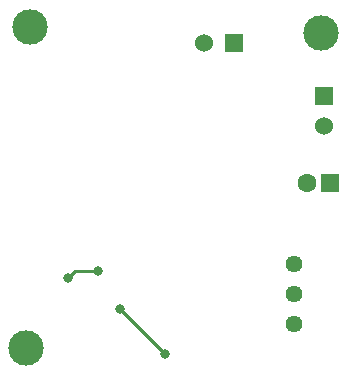
<source format=gbr>
%TF.GenerationSoftware,KiCad,Pcbnew,8.0.0*%
%TF.CreationDate,2024-04-17T17:54:24+02:00*%
%TF.ProjectId,SCS LEDs,53435320-4c45-4447-932e-6b696361645f,rev?*%
%TF.SameCoordinates,Original*%
%TF.FileFunction,Copper,L2,Bot*%
%TF.FilePolarity,Positive*%
%FSLAX46Y46*%
G04 Gerber Fmt 4.6, Leading zero omitted, Abs format (unit mm)*
G04 Created by KiCad (PCBNEW 8.0.0) date 2024-04-17 17:54:24*
%MOMM*%
%LPD*%
G01*
G04 APERTURE LIST*
%TA.AperFunction,ComponentPad*%
%ADD10C,3.000000*%
%TD*%
%TA.AperFunction,ComponentPad*%
%ADD11R,1.600000X1.600000*%
%TD*%
%TA.AperFunction,ComponentPad*%
%ADD12C,1.600000*%
%TD*%
%TA.AperFunction,ComponentPad*%
%ADD13R,1.530000X1.530000*%
%TD*%
%TA.AperFunction,ComponentPad*%
%ADD14C,1.530000*%
%TD*%
%TA.AperFunction,ComponentPad*%
%ADD15C,1.440000*%
%TD*%
%TA.AperFunction,ViaPad*%
%ADD16C,0.800000*%
%TD*%
%TA.AperFunction,Conductor*%
%ADD17C,0.250000*%
%TD*%
G04 APERTURE END LIST*
D10*
%TO.P,,1*%
%TO.N,N/C*%
X71628000Y-51308000D03*
%TD*%
%TO.P,,1*%
%TO.N,N/C*%
X96266000Y-51816000D03*
%TD*%
%TO.P,,1*%
%TO.N,N/C*%
X71272400Y-78536800D03*
%TD*%
D11*
%TO.P,C1,1*%
%TO.N,GND*%
X97028000Y-64516000D03*
D12*
%TO.P,C1,2*%
%TO.N,+12V*%
X95028000Y-64516000D03*
%TD*%
D13*
%TO.P,J1,1,1*%
%TO.N,/LED_Power*%
X88900000Y-52705000D03*
D14*
%TO.P,J1,2,2*%
%TO.N,/Raw_LED_On*%
X86360000Y-52705000D03*
%TD*%
D13*
%TO.P,J2,1,1*%
%TO.N,GND*%
X96520000Y-57150000D03*
D14*
%TO.P,J2,2,2*%
%TO.N,+12V*%
X96520000Y-59690000D03*
%TD*%
D15*
%TO.P,U3,1,+VIN*%
%TO.N,+12V*%
X93948000Y-71435500D03*
%TO.P,U3,2,GND*%
%TO.N,GND*%
X93948000Y-73975500D03*
%TO.P,U3,3,+VOUT*%
%TO.N,+5V*%
X93948000Y-76515500D03*
%TD*%
D16*
%TO.N,GND*%
X83058000Y-78994000D03*
X79248000Y-75184000D03*
%TO.N,/0.75V*%
X77368400Y-71983600D03*
X74828400Y-72593200D03*
%TD*%
D17*
%TO.N,GND*%
X79248000Y-75184000D02*
X83058000Y-78994000D01*
%TO.N,/0.75V*%
X77368400Y-71983600D02*
X75438000Y-71983600D01*
X75438000Y-71983600D02*
X74828400Y-72593200D01*
%TD*%
M02*

</source>
